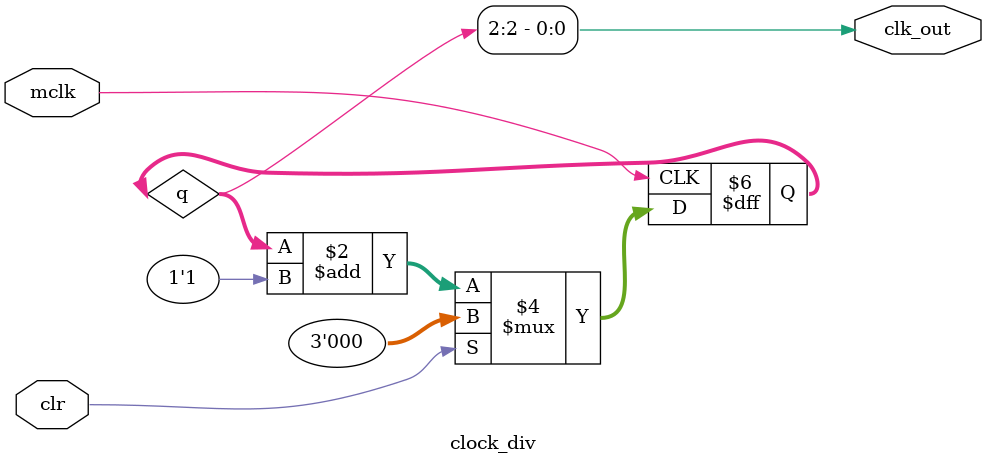
<source format=v>
module clock_div(
    mclk,
    clr,
    clk_out
);

input mclk;
input clr;
output clk_out;

wire clk_out;
reg [2:0] q;

always @(posedge mclk)
begin
    if (clr) q <= 0;
    else q <= q + 1'b1;
end

assign clk_out = q[2];//div 4

endmodule

</source>
